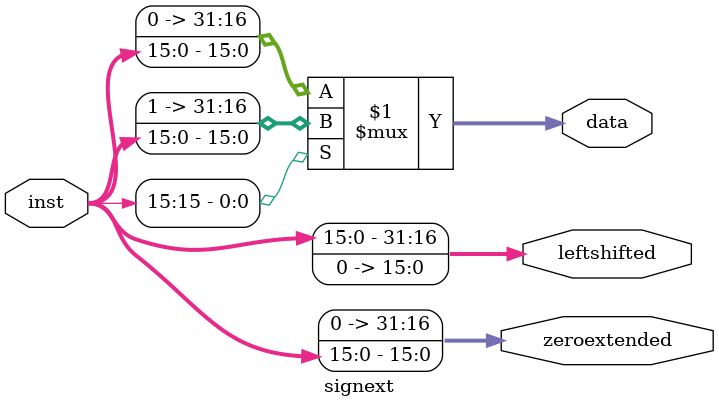
<source format=v>
`timescale 1ns / 1ps


module signext(
    input [15:0] inst,
    output [31:0] data,
    output [31:0] zeroextended,
    output [31:0] leftshifted
    );
    assign data= inst[15]?{16'hffff,inst}:{16'h0000,inst};
    assign zeroextended={16'h0000,inst};
    assign leftshifted={inst,16'h0000};
endmodule

</source>
